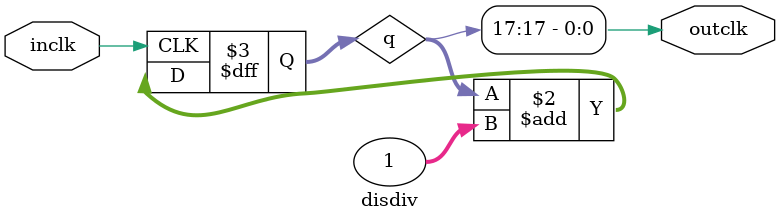
<source format=v>
`timescale 1ns / 1ps


module disdiv(
    input inclk,
    output outclk
    );
    
    reg [35:0]q;
    always@(posedge inclk)
         q<=q+1;
    assign outclk=q[17];//around 3kHz    
    
endmodule

</source>
